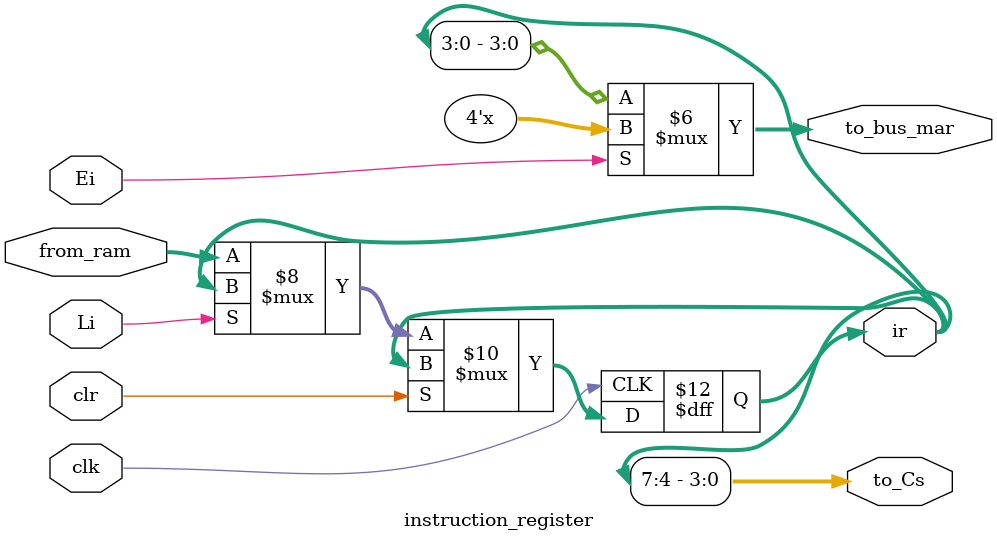
<source format=v>
module instruction_register(input [7:0] from_ram , input clk , clr , Li , Ei ,
                            output [ 3:0] to_Cs , output reg [3:0] to_bus_mar,
                            output reg [7:0] ir );

always @(negedge clk )
     begin 
        if(~clr)
        begin
          if(~Li)
             ir<=from_ram;
             end 
     end 

assign to_Cs = ir[7:4] ;

always @(*)
  begin 
  if(~Ei)
    to_bus_mar <= ir[3:0] ;
   end 
   endmodule
          
             
               
 
</source>
